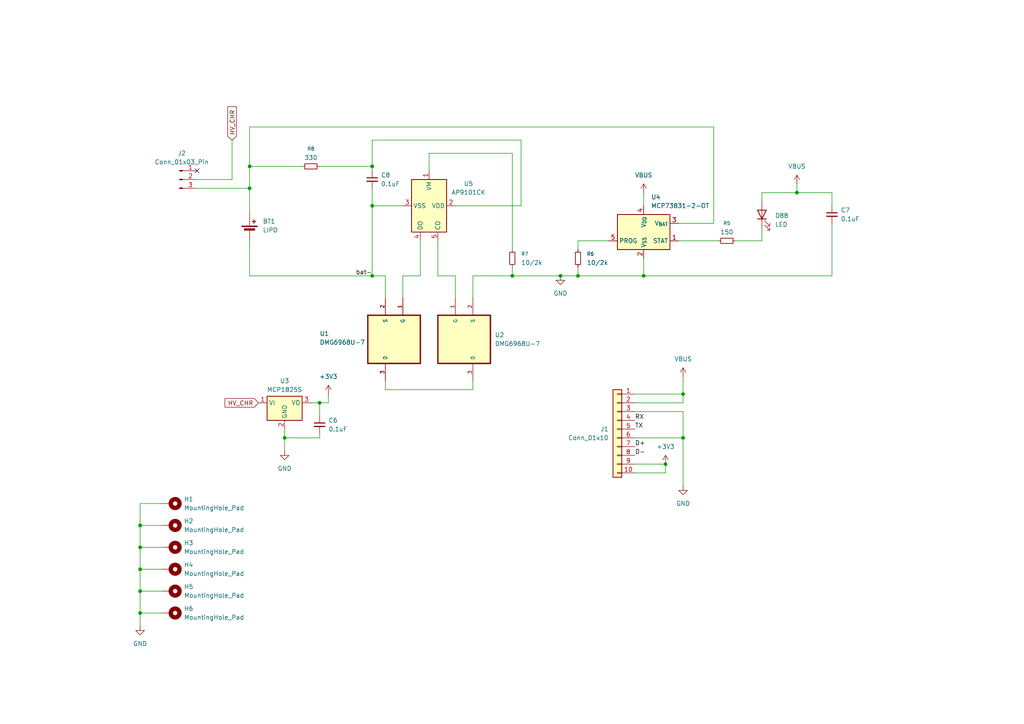
<source format=kicad_sch>
(kicad_sch (version 20250114) (generator "eeschema") (generator_version "9.0")
  (paper "A4")
  (lib_symbols
    (symbol "Battery_Management:AP9101CK"
      (property "Reference" "U" (at -7.62 6.35 0))
      (property "Value" "AP9101CK" (at 6.35 6.35 0))
      (symbol "AP9101CK_0_1"
        (rectangle (start -7.62 5.08) (end 7.62 -5.08) (stroke (width 0.254)) (fill (type background)))
      )
      (symbol "AP9101CK_1_1"
        (pin passive line (at -10.16 0 0) (length 2.54) (name "VM") (number "1"))
        (pin power_in line (at 0 7.62 270) (length 2.54) (name "VDD") (number "2"))
        (pin power_in line (at 0 -7.62 90) (length 2.54) (name "VSS") (number "3"))
        (pin output line (at 10.16 2.54 180) (length 2.54) (name "CO") (number "5"))
        (pin output line (at 10.16 -2.54 180) (length 2.54) (name "DO") (number "4"))
      )
    )
    (symbol "Battery_Management:MCP73831-2-OT"
      (property "Reference" "U" (at -7.62 6.35 0))
      (property "Value" "MCP73831-2-OT" (at 1.27 6.35 0))
      (symbol "MCP73831-2-OT_0_1"
        (rectangle (start -7.62 5.08) (end 7.62 -5.08) (stroke (width 0.254)) (fill (type background)))
      )
      (symbol "MCP73831-2-OT_1_1"
        (pin input line (at -10.16 -2.54 0) (length 2.54) (name "PROG") (number "5"))
        (pin power_in line (at 0 7.62 270) (length 2.54) (name "V_{DD}") (number "4"))
        (pin power_in line (at 0 -7.62 90) (length 2.54) (name "V_{SS}") (number "2"))
        (pin power_out line (at 10.16 2.54 180) (length 2.54) (name "V_{BAT}") (number "3"))
        (pin tri_state line (at 10.16 -2.54 180) (length 2.54) (name "STAT") (number "1"))
      )
    )
    (symbol "Connector:Conn_01x03_Pin" (pin_names (offset 1.016) (hide yes))
      (property "Reference" "J" (at 0 5.08 0))
      (property "Value" "Conn_01x03_Pin" (at 0 -5.08 0))
      (symbol "Conn_01x03_Pin_1_1"
        (rectangle (start 0.8636 2.667) (end 0 2.413) (stroke (width 0.1524)) (fill (type outline)))
        (rectangle (start 0.8636 0.127) (end 0 -0.127) (stroke (width 0.1524)) (fill (type outline)))
        (rectangle (start 0.8636 -2.413) (end 0 -2.667) (stroke (width 0.1524)) (fill (type outline)))
        (polyline (pts (xy 1.27 2.54) (xy 0.8636 2.54)) (stroke (width 0.1524)))
        (polyline (pts (xy 1.27 0) (xy 0.8636 0)) (stroke (width 0.1524)))
        (polyline (pts (xy 1.27 -2.54) (xy 0.8636 -2.54)) (stroke (width 0.1524)))
        (pin passive line (at 5.08 2.54 180) (length 3.81) (name "Pin_1") (number "1"))
        (pin passive line (at 5.08 0 180) (length 3.81) (name "Pin_2") (number "2"))
        (pin passive line (at 5.08 -2.54 180) (length 3.81) (name "Pin_3") (number "3"))
      )
    )
    (symbol "Connector_Generic:Conn_01x10" (pin_names (offset 1.016) (hide yes))
      (property "Reference" "J" (at 0 12.7 0))
      (property "Value" "Conn_01x10" (at 0 -15.24 0))
      (symbol "Conn_01x10_1_1"
        (rectangle (start -1.27 11.43) (end 1.27 -13.97) (stroke (width 0.254)) (fill (type background)))
        (rectangle (start -1.27 10.287) (end 0 10.033) (stroke (width 0.1524)))
        (rectangle (start -1.27 7.747) (end 0 7.493) (stroke (width 0.1524)))
        (rectangle (start -1.27 5.207) (end 0 4.953) (stroke (width 0.1524)))
        (rectangle (start -1.27 2.667) (end 0 2.413) (stroke (width 0.1524)))
        (rectangle (start -1.27 0.127) (end 0 -0.127) (stroke (width 0.1524)))
        (rectangle (start -1.27 -2.413) (end 0 -2.667) (stroke (width 0.1524)))
        (rectangle (start -1.27 -4.953) (end 0 -5.207) (stroke (width 0.1524)))
        (rectangle (start -1.27 -7.493) (end 0 -7.747) (stroke (width 0.1524)))
        (rectangle (start -1.27 -10.033) (end 0 -10.287) (stroke (width 0.1524)))
        (rectangle (start -1.27 -12.573) (end 0 -12.827) (stroke (width 0.1524)))
        (pin passive line (at -5.08 10.16 0) (length 3.81) (name "Pin_1") (number "1"))
        (pin passive line (at -5.08 7.62 0) (length 3.81) (name "Pin_2") (number "2"))
        (pin passive line (at -5.08 5.08 0) (length 3.81) (name "Pin_3") (number "3"))
        (pin passive line (at -5.08 2.54 0) (length 3.81) (name "Pin_4") (number "4"))
        (pin passive line (at -5.08 0 0) (length 3.81) (name "Pin_5") (number "5"))
        (pin passive line (at -5.08 -2.54 0) (length 3.81) (name "Pin_6") (number "6"))
        (pin passive line (at -5.08 -5.08 0) (length 3.81) (name "Pin_7") (number "7"))
        (pin passive line (at -5.08 -7.62 0) (length 3.81) (name "Pin_8") (number "8"))
        (pin passive line (at -5.08 -10.16 0) (length 3.81) (name "Pin_9") (number "9"))
        (pin passive line (at -5.08 -12.7 0) (length 3.81) (name "Pin_10") (number "10"))
      )
    )
    (symbol "Device:Battery_Cell" (pin_numbers (hide yes)) (pin_names (offset 0) (hide yes))
      (property "Reference" "BT" (at 2.54 2.54 0))
      (property "Value" "Battery_Cell" (at 2.54 0 0))
      (symbol "Battery_Cell_0_1"
        (rectangle (start -2.286 1.778) (end 2.286 1.524) (fill (type outline)))
        (rectangle (start -1.524 1.016) (end 1.524 0.508) (fill (type outline)))
        (polyline (pts (xy 0 1.778) (xy 0 2.54)))
        (polyline (pts (xy 0 0.762) (xy 0 0)))
        (polyline (pts (xy 0.762 3.048) (xy 1.778 3.048)) (stroke (width 0.254)))
        (polyline (pts (xy 1.27 3.556) (xy 1.27 2.54)) (stroke (width 0.254)))
      )
      (symbol "Battery_Cell_1_1"
        (pin passive line (at 0 5.08 270) (length 2.54) (name "+") (number "1"))
        (pin passive line (at 0 -2.54 90) (length 2.54) (name "-") (number "2"))
      )
    )
    (symbol "Device:C_Small" (pin_numbers (hide yes)) (pin_names (offset 0.254) (hide yes))
      (property "Reference" "C" (at 0.254 1.778 0))
      (property "Value" "C_Small" (at 0.254 -2.032 0))
      (symbol "C_Small_0_1"
        (polyline (pts (xy -1.524 0.508) (xy 1.524 0.508)) (stroke (width 0.3048)))
        (polyline (pts (xy -1.524 -0.508) (xy 1.524 -0.508)) (stroke (width 0.3302)))
      )
      (symbol "C_Small_1_1"
        (pin passive line (at 0 2.54 270) (length 2.032) (name "~") (number "1"))
        (pin passive line (at 0 -2.54 90) (length 2.032) (name "~") (number "2"))
      )
    )
    (symbol "Device:LED" (pin_numbers (hide yes)) (pin_names (offset 1.016) (hide yes))
      (property "Reference" "D" (at 0 2.54 0))
      (property "Value" "LED" (at 0 -2.54 0))
      (symbol "LED_0_1"
        (polyline (pts (xy -3.048 -0.762) (xy -4.572 -2.286) (xy -3.81 -2.286) (xy -4.572 -2.286) (xy -4.572 -1.524)))
        (polyline (pts (xy -1.778 -0.762) (xy -3.302 -2.286) (xy -2.54 -2.286) (xy -3.302 -2.286) (xy -3.302 -1.524)))
        (polyline (pts (xy -1.27 0) (xy 1.27 0)))
        (polyline (pts (xy -1.27 -1.27) (xy -1.27 1.27)) (stroke (width 0.254)))
        (polyline (pts (xy 1.27 -1.27) (xy 1.27 1.27) (xy -1.27 0) (xy 1.27 -1.27)) (stroke (width 0.254)))
      )
      (symbol "LED_1_1"
        (pin passive line (at -3.81 0 0) (length 2.54) (name "K") (number "1"))
        (pin passive line (at 3.81 0 180) (length 2.54) (name "A") (number "2"))
      )
    )
    (symbol "Device:R_Small" (pin_numbers (hide yes)) (pin_names (offset 0.254) (hide yes))
      (property "Reference" "R" (at 0 0 90))
      (property "Value" "R_Small" (at 1.778 0 90))
      (symbol "R_Small_0_1"
        (rectangle (start -0.762 1.778) (end 0.762 -1.778) (stroke (width 0.2032)))
      )
      (symbol "R_Small_1_1"
        (pin passive line (at 0 2.54 270) (length 0.762) (name "~") (number "1"))
        (pin passive line (at 0 -2.54 90) (length 0.762) (name "~") (number "2"))
      )
    )
    (symbol "Mechanical:MountingHole_Pad" (pin_numbers (hide yes)) (pin_names (offset 1.016) (hide yes)) (in_bom no)
      (property "Reference" "H" (at 0 6.35 0))
      (property "Value" "MountingHole_Pad" (at 0 4.445 0))
      (symbol "MountingHole_Pad_0_1"
        (circle (center 0 1.27) (radius 1.27) (stroke (width 1.27)))
      )
      (symbol "MountingHole_Pad_1_1"
        (pin input line (at 0 -2.54 90) (length 2.54) (name "1") (number "1"))
      )
    )
    (symbol "New_Library:DMG6968U-7" (pin_names (offset 1.016))
      (property "Reference" "U" (at -5.3641 9.1266 0))
      (property "Value" "DMG6968U-7" (at -4.4977 -15.8054 0))
      (symbol "DMG6968U-7_0_0"
        (rectangle (start -6.35 5.08) (end 7.62 -10.16) (stroke (width 0.4064)) (fill (type background)))
      )
      (symbol "DMG6968U-7_1_0"
        (pin bidirectional line (at -11.43 0 0) (length 5.08) (name "S") (number "2"))
        (pin bidirectional line (at -11.43 -5.08 0) (length 5.08) (name "G") (number "1"))
        (pin bidirectional line (at 12.7 0 180) (length 5.08) (name "D") (number "3"))
      )
    )
    (symbol "Regulator_Linear:MCP1825S"
      (property "Reference" "U" (at -3.81 3.175 0))
      (property "Value" "MCP1825S" (at 0 3.175 0))
      (symbol "MCP1825S_0_1"
        (rectangle (start -5.08 1.905) (end 5.08 -5.08) (stroke (width 0.254)) (fill (type background)))
      )
      (symbol "MCP1825S_1_1"
        (pin power_in line (at -7.62 0 0) (length 2.54) (name "VI") (number "1"))
        (pin power_in line (at 0 -7.62 90) (length 2.54) (name "GND") (number "2"))
        (pin power_out line (at 7.62 0 180) (length 2.54) (name "VO") (number "3"))
      )
    )
    (symbol "power:+3V3" (power) (pin_numbers (hide yes)) (pin_names (offset 0) (hide yes))
      (property "Value" "+3V3" (at 0 3.556 0))
      (symbol "+3V3_0_1"
        (polyline (pts (xy -0.762 1.27) (xy 0 2.54)))
        (polyline (pts (xy 0 2.54) (xy 0.762 1.27)))
        (polyline (pts (xy 0 0) (xy 0 2.54)))
      )
      (symbol "+3V3_1_1"
        (pin power_in line (at 0 0 90) (length 0) (name "~") (number "1"))
      )
    )
    (symbol "power:GND" (power) (pin_numbers (hide yes)) (pin_names (offset 0) (hide yes))
      (property "Value" "GND" (at 0 -3.81 0))
      (symbol "GND_0_1"
        (polyline (pts (xy 0 0) (xy 0 -1.27) (xy 1.27 -1.27) (xy 0 -2.54) (xy -1.27 -1.27) (xy 0 -1.27)))
      )
      (symbol "GND_1_1"
        (pin power_in line (at 0 0 270) (length 0) (name "~") (number "1"))
      )
    )
    (symbol "power:VBUS" (power) (pin_numbers (hide yes)) (pin_names (offset 0) (hide yes))
      (property "Value" "VBUS" (at 0 3.556 0))
      (symbol "VBUS_0_1"
        (polyline (pts (xy -0.762 1.27) (xy 0 2.54)))
        (polyline (pts (xy 0 2.54) (xy 0.762 1.27)))
        (polyline (pts (xy 0 0) (xy 0 2.54)))
      )
      (symbol "VBUS_1_1"
        (pin power_in line (at 0 0 90) (length 0) (name "~") (number "1"))
      )
    )
  )
  (junction (at 40.64 152.4))
  (junction (at 162.56 80.01))
  (junction (at 40.64 177.8))
  (junction (at 40.64 165.1))
  (junction (at 92.71 116.84))
  (junction (at 148.59 80.01))
  (junction (at 72.39 48.26))
  (junction (at 40.64 158.75))
  (junction (at 198.12 114.3))
  (junction (at 107.95 48.26))
  (junction (at 167.64 80.01))
  (junction (at 72.39 54.61))
  (junction (at 40.64 171.45))
  (junction (at 231.14 55.88))
  (junction (at 107.95 59.69))
  (junction (at 107.95 80.01))
  (junction (at 82.55 127))
  (junction (at 193.04 134.62))
  (junction (at 186.69 80.01))
  (junction (at 198.12 127))
  (no_connect (at 57.15 49.53))
  (wire (pts (xy 132.08 59.69) (xy 151.13 59.69)))
  (wire (pts (xy 162.56 80.01) (xy 167.64 80.01)))
  (wire (pts (xy 186.69 80.01) (xy 241.3 80.01)))
  (wire (pts (xy 82.55 127) (xy 92.71 127)))
  (wire (pts (xy 148.59 44.45) (xy 124.46 44.45)))
  (wire (pts (xy 40.64 146.05) (xy 46.99 146.05)))
  (wire (pts (xy 111.76 113.03) (xy 111.76 110.49)))
  (wire (pts (xy 72.39 48.26) (xy 87.63 48.26)))
  (wire (pts (xy 92.71 48.26) (xy 107.95 48.26)))
  (wire (pts (xy 148.59 72.39) (xy 148.59 44.45)))
  (wire (pts (xy 40.64 171.45) (xy 40.64 177.8)))
  (wire (pts (xy 67.31 52.07) (xy 67.31 40.64)))
  (wire (pts (xy 167.64 72.39) (xy 167.64 69.85)))
  (wire (pts (xy 121.92 80.01) (xy 116.84 80.01)))
  (wire (pts (xy 127 80.01) (xy 132.08 80.01)))
  (wire (pts (xy 207.01 64.77) (xy 196.85 64.77)))
  (wire (pts (xy 184.15 137.16) (xy 193.04 137.16)))
  (wire (pts (xy 107.95 40.64) (xy 107.95 48.26)))
  (wire (pts (xy 116.84 80.01) (xy 116.84 86.36)))
  (wire (pts (xy 127 69.85) (xy 127 80.01)))
  (wire (pts (xy 231.14 55.88) (xy 220.98 55.88)))
  (wire (pts (xy 198.12 127) (xy 198.12 140.97)))
  (wire (pts (xy 82.55 124.46) (xy 82.55 127)))
  (wire (pts (xy 40.64 146.05) (xy 40.64 152.4)))
  (wire (pts (xy 40.64 177.8) (xy 46.99 177.8)))
  (wire (pts (xy 151.13 40.64) (xy 107.95 40.64)))
  (wire (pts (xy 193.04 137.16) (xy 193.04 134.62)))
  (wire (pts (xy 107.95 80.01) (xy 111.76 80.01)))
  (wire (pts (xy 95.25 114.3) (xy 95.25 116.84)))
  (wire (pts (xy 57.15 54.61) (xy 72.39 54.61)))
  (wire (pts (xy 220.98 69.85) (xy 213.36 69.85)))
  (wire (pts (xy 241.3 59.69) (xy 241.3 55.88)))
  (wire (pts (xy 231.14 55.88) (xy 241.3 55.88)))
  (wire (pts (xy 46.99 158.75) (xy 40.64 158.75)))
  (wire (pts (xy 107.95 54.61) (xy 107.95 59.69)))
  (wire (pts (xy 72.39 36.83) (xy 207.01 36.83)))
  (wire (pts (xy 167.64 69.85) (xy 176.53 69.85)))
  (wire (pts (xy 231.14 53.34) (xy 231.14 55.88)))
  (wire (pts (xy 111.76 80.01) (xy 111.76 86.36)))
  (wire (pts (xy 72.39 69.85) (xy 72.39 80.01)))
  (wire (pts (xy 46.99 171.45) (xy 40.64 171.45)))
  (wire (pts (xy 40.64 165.1) (xy 40.64 171.45)))
  (wire (pts (xy 207.01 36.83) (xy 207.01 64.77)))
  (wire (pts (xy 40.64 177.8) (xy 40.64 181.61)))
  (wire (pts (xy 184.15 116.84) (xy 198.12 116.84)))
  (wire (pts (xy 95.25 116.84) (xy 92.71 116.84)))
  (wire (pts (xy 137.16 86.36) (xy 137.16 80.01)))
  (wire (pts (xy 82.55 127) (xy 82.55 130.81)))
  (wire (pts (xy 186.69 74.93) (xy 186.69 80.01)))
  (wire (pts (xy 72.39 54.61) (xy 72.39 62.23)))
  (wire (pts (xy 132.08 80.01) (xy 132.08 86.36)))
  (wire (pts (xy 148.59 77.47) (xy 148.59 80.01)))
  (wire (pts (xy 111.76 113.03) (xy 137.16 113.03)))
  (wire (pts (xy 107.95 59.69) (xy 107.95 80.01)))
  (wire (pts (xy 167.64 77.47) (xy 167.64 80.01)))
  (wire (pts (xy 198.12 114.3) (xy 198.12 109.22)))
  (wire (pts (xy 220.98 55.88) (xy 220.98 58.42)))
  (wire (pts (xy 148.59 80.01) (xy 162.56 80.01)))
  (wire (pts (xy 198.12 114.3) (xy 184.15 114.3)))
  (wire (pts (xy 196.85 69.85) (xy 208.28 69.85)))
  (wire (pts (xy 40.64 165.1) (xy 46.99 165.1)))
  (wire (pts (xy 184.15 119.38) (xy 198.12 119.38)))
  (wire (pts (xy 40.64 158.75) (xy 40.64 165.1)))
  (wire (pts (xy 92.71 127) (xy 92.71 125.73)))
  (wire (pts (xy 198.12 119.38) (xy 198.12 127)))
  (wire (pts (xy 151.13 59.69) (xy 151.13 40.64)))
  (wire (pts (xy 198.12 116.84) (xy 198.12 114.3)))
  (wire (pts (xy 72.39 80.01) (xy 107.95 80.01)))
  (wire (pts (xy 137.16 80.01) (xy 148.59 80.01)))
  (wire (pts (xy 198.12 127) (xy 184.15 127)))
  (wire (pts (xy 40.64 152.4) (xy 46.99 152.4)))
  (wire (pts (xy 121.92 69.85) (xy 121.92 80.01)))
  (wire (pts (xy 167.64 80.01) (xy 186.69 80.01)))
  (wire (pts (xy 186.69 55.88) (xy 186.69 59.69)))
  (wire (pts (xy 92.71 116.84) (xy 90.17 116.84)))
  (wire (pts (xy 193.04 134.62) (xy 184.15 134.62)))
  (wire (pts (xy 40.64 152.4) (xy 40.64 158.75)))
  (wire (pts (xy 124.46 44.45) (xy 124.46 49.53)))
  (wire (pts (xy 57.15 52.07) (xy 67.31 52.07)))
  (wire (pts (xy 137.16 113.03) (xy 137.16 110.49)))
  (wire (pts (xy 107.95 48.26) (xy 107.95 49.53)))
  (wire (pts (xy 241.3 80.01) (xy 241.3 64.77)))
  (wire (pts (xy 107.95 59.69) (xy 116.84 59.69)))
  (wire (pts (xy 72.39 48.26) (xy 72.39 36.83)))
  (wire (pts (xy 72.39 48.26) (xy 72.39 54.61)))
  (wire (pts (xy 220.98 66.04) (xy 220.98 69.85)))
  (wire (pts (xy 92.71 116.84) (xy 92.71 120.65)))
  (label "D-" (at 184.15 132.08 0))
  (label "D+" (at 184.15 129.54 0))
  (label "TX" (at 184.15 124.46 0))
  (label "RX" (at 184.15 121.92 0))
  (label "bat-" (at 107.95 80.01 180))
  (global_label "HV_CHR" (shape input) (at 67.31 40.64 90) (property "Intersheetrefs" "${INTERSHEET_REFS}" (effects (hide yes))))
  (global_label "HV_CHR" (shape input) (at 74.93 116.84 180) (property "Intersheetrefs" "${INTERSHEET_REFS}" (effects (hide yes))))
  (symbol (lib_id "power:GND") (at 162.56 80.01 0) (unit 1)
    (property "Reference" "#PWR01" (effects (hide yes)))
    (property "Value" "GND" (at 162.56 85.09 0))
    (property "Description" "Power symbol creates a global label with name \"GND\" , ground" (effects (hide yes)))
  )
  (symbol (lib_id "New_Library:DMG6968U-7") (at 111.76 97.79 90) (mirror x) (unit 1)
    (property "Reference" "U1" (at 92.71 96.774 90) (effects (justify right)))
    (property "Value" "DMG6968U-7" (at 92.71 99.314 90) (effects (justify right)))
    (property "Footprint" "Library:dmg6968U7" (effects (hide yes)))
    (property "SUPPLIER" "Diodes Inc" (effects (hide yes)))
    (property "MPN" "DMG6968U-7" (effects (hide yes)))
    (property "OC_NEWARK" "12T2027" (effects (hide yes)))
    (property "PACKAGE" "SOT-23-3" (effects (hide yes)))
    (property "OC_FARNELL" "1843757" (effects (hide yes)))
  )
  (symbol (lib_id "Mechanical:MountingHole_Pad") (at 49.53 152.4 270) (unit 1) (in_bom no)
    (property "Reference" "H2" (at 53.34 151.1299 90) (effects (justify left)))
    (property "Value" "MountingHole_Pad" (at 53.34 153.6699 90) (effects (justify left)))
    (property "Footprint" "MountingHole:MountingHole_3.2mm_M3_DIN965_Pad" (effects (hide yes)))
    (property "Description" "Mounting Hole with connection" (effects (hide yes)))
  )
  (symbol (lib_id "Battery_Management:MCP73831-2-OT") (at 186.69 67.31 0) (unit 1)
    (property "Reference" "U4" (at 188.8333 57.15 0) (effects (justify left)))
    (property "Value" "MCP73831-2-OT" (at 188.8333 59.69 0) (effects (justify left)))
    (property "Footprint" "Package_TO_SOT_SMD:SOT-23-5" (effects (hide yes)))
    (property "Datasheet" "http://ww1.microchip.com/downloads/en/DeviceDoc/20001984g.pdf" (effects (hide yes)))
    (property "Description" "Single cell, Li-Ion/Li-Po charge management controller, 4.20V, Tri-State Status Output, in SOT23-5 package" (effects (hide yes)))
  )
  (symbol (lib_id "Device:R_Small") (at 148.59 74.93 180) (unit 1)
    (property "Reference" "R7" (at 151.13 73.6599 0) (effects (font (size 1.016 1.016)) (justify right)))
    (property "Value" "10/2k" (at 151.13 76.1999 0) (effects (justify right)))
    (property "Footprint" "Resistor_SMD:R_0201_0603Metric" (effects (hide yes)))
    (property "Description" "Resistor, small symbol" (effects (hide yes)))
  )
  (symbol (lib_id "power:+3V3") (at 95.25 114.3 0) (unit 1)
    (property "Reference" "#PWR022" (effects (hide yes)))
    (property "Value" "+3V3" (at 95.25 109.22 0))
    (property "Description" "Power symbol creates a global label with name \"+3V3\"" (effects (hide yes)))
  )
  (symbol (lib_id "Connector:Conn_01x03_Pin") (at 52.07 52.07 0) (unit 1)
    (property "Reference" "J2" (at 52.705 44.45 0))
    (property "Value" "Conn_01x03_Pin" (at 52.705 46.99 0))
    (property "Footprint" "Connector_PinHeader_2.54mm:PinHeader_1x03_P2.54mm_Vertical_SMD_Pin1Left" (effects (hide yes)))
    (property "Description" "Generic connector, single row, 01x03, script generated" (effects (hide yes)))
  )
  (symbol (lib_id "power:GND") (at 198.12 140.97 0) (mirror y) (unit 1)
    (property "Reference" "#PWR02" (effects (hide yes)))
    (property "Value" "GND" (at 198.12 146.05 0))
    (property "Description" "Power symbol creates a global label with name \"GND\" , ground" (effects (hide yes)))
  )
  (symbol (lib_id "power:VBUS") (at 186.69 55.88 0) (unit 1)
    (property "Reference" "#PWR025" (effects (hide yes)))
    (property "Value" "VBUS" (at 186.69 50.8 0))
    (property "Description" "Power symbol creates a global label with name \"VBUS\"" (effects (hide yes)))
  )
  (symbol (lib_id "Device:C_Small") (at 241.3 62.23 0) (unit 1)
    (property "Reference" "C7" (at 243.84 60.9662 0) (effects (justify left)))
    (property "Value" "0.1uF" (at 243.84 63.5062 0) (effects (justify left)))
    (property "Footprint" "Capacitor_SMD:C_0201_0603Metric" (effects (hide yes)))
    (property "Description" "Unpolarized capacitor, small symbol" (effects (hide yes)))
  )
  (symbol (lib_id "Mechanical:MountingHole_Pad") (at 49.53 171.45 270) (unit 1) (in_bom no)
    (property "Reference" "H5" (at 53.34 170.1799 90) (effects (justify left)))
    (property "Value" "MountingHole_Pad" (at 53.34 172.7199 90) (effects (justify left)))
    (property "Footprint" "MountingHole:MountingHole_3.2mm_M3_DIN965_Pad" (effects (hide yes)))
    (property "Description" "Mounting Hole with connection" (effects (hide yes)))
  )
  (symbol (lib_id "Device:LED") (at 220.98 62.23 90) (unit 1)
    (property "Reference" "D88" (at 224.79 62.5474 90) (effects (justify right)))
    (property "Value" "LED" (at 224.79 65.0874 90) (effects (justify right)))
    (property "Footprint" "LED_SMD:LED_0603_1608Metric" (effects (hide yes)))
    (property "Description" "Light emitting diode" (effects (hide yes)))
    (property "Sim.Pins" "1=K 2=A" (effects (hide yes)))
  )
  (symbol (lib_id "Device:R_Small") (at 167.64 74.93 180) (unit 1)
    (property "Reference" "R6" (at 170.18 73.6599 0) (effects (font (size 1.016 1.016)) (justify right)))
    (property "Value" "10/2k" (at 170.18 76.1999 0) (effects (justify right)))
    (property "Footprint" "Resistor_SMD:R_0201_0603Metric" (effects (hide yes)))
    (property "Description" "Resistor, small symbol" (effects (hide yes)))
  )
  (symbol (lib_id "Device:C_Small") (at 92.71 123.19 0) (unit 1)
    (property "Reference" "C6" (at 95.25 121.9262 0) (effects (justify left)))
    (property "Value" "0.1uF" (at 95.25 124.4662 0) (effects (justify left)))
    (property "Footprint" "Capacitor_SMD:C_0201_0603Metric" (effects (hide yes)))
    (property "Description" "Unpolarized capacitor, small symbol" (effects (hide yes)))
  )
  (symbol (lib_id "power:GND") (at 40.64 181.61 0) (unit 1)
    (property "Reference" "#PWR04" (effects (hide yes)))
    (property "Value" "GND" (at 40.64 186.69 0))
    (property "Description" "Power symbol creates a global label with name \"GND\" , ground" (effects (hide yes)))
  )
  (symbol (lib_id "Mechanical:MountingHole_Pad") (at 49.53 165.1 270) (unit 1) (in_bom no)
    (property "Reference" "H4" (at 53.34 163.8299 90) (effects (justify left)))
    (property "Value" "MountingHole_Pad" (at 53.34 166.3699 90) (effects (justify left)))
    (property "Footprint" "MountingHole:MountingHole_3.2mm_M3_DIN965_Pad" (effects (hide yes)))
    (property "Description" "Mounting Hole with connection" (effects (hide yes)))
  )
  (symbol (lib_id "Device:R_Small") (at 210.82 69.85 90) (unit 1)
    (property "Reference" "R5" (at 210.82 64.77 90) (effects (font (size 1.016 1.016))))
    (property "Value" "150" (at 210.82 67.31 90))
    (property "Footprint" "Resistor_SMD:R_0201_0603Metric" (effects (hide yes)))
    (property "Description" "Resistor, small symbol" (effects (hide yes)))
  )
  (symbol (lib_id "power:+3V3") (at 193.04 134.62 0) (mirror y) (unit 1)
    (property "Reference" "#PWR03" (effects (hide yes)))
    (property "Value" "+3V3" (at 193.04 129.54 0))
    (property "Description" "Power symbol creates a global label with name \"+3V3\"" (effects (hide yes)))
  )
  (symbol (lib_id "power:VBUS") (at 231.14 53.34 0) (unit 1)
    (property "Reference" "#PWR024" (effects (hide yes)))
    (property "Value" "VBUS" (at 231.14 48.26 0))
    (property "Description" "Power symbol creates a global label with name \"VBUS\"" (effects (hide yes)))
  )
  (symbol (lib_id "Mechanical:MountingHole_Pad") (at 49.53 158.75 270) (unit 1) (in_bom no)
    (property "Reference" "H3" (at 53.34 157.4799 90) (effects (justify left)))
    (property "Value" "MountingHole_Pad" (at 53.34 160.0199 90) (effects (justify left)))
    (property "Footprint" "MountingHole:MountingHole_3.2mm_M3_DIN965_Pad" (effects (hide yes)))
    (property "Description" "Mounting Hole with connection" (effects (hide yes)))
  )
  (symbol (lib_id "power:VBUS") (at 198.12 109.22 0) (mirror y) (unit 1)
    (property "Reference" "#PWR026" (effects (hide yes)))
    (property "Value" "VBUS" (at 198.12 104.14 0))
    (property "Description" "Power symbol creates a global label with name \"VBUS\"" (effects (hide yes)))
  )
  (symbol (lib_id "power:GND") (at 82.55 130.81 0) (unit 1)
    (property "Reference" "#PWR023" (effects (hide yes)))
    (property "Value" "GND" (at 82.55 135.89 0))
    (property "Description" "Power symbol creates a global label with name \"GND\" , ground" (effects (hide yes)))
  )
  (symbol (lib_id "Mechanical:MountingHole_Pad") (at 49.53 177.8 270) (unit 1) (in_bom no)
    (property "Reference" "H6" (at 53.34 176.5299 90) (effects (justify left)))
    (property "Value" "MountingHole_Pad" (at 53.34 179.0699 90) (effects (justify left)))
    (property "Footprint" "MountingHole:MountingHole_3.2mm_M3_DIN965_Pad" (effects (hide yes)))
    (property "Description" "Mounting Hole with connection" (effects (hide yes)))
  )
  (symbol (lib_id "New_Library:DMG6968U-7") (at 137.16 97.79 270) (unit 1)
    (property "Reference" "U2" (at 143.51 97.1549 90) (effects (justify left)))
    (property "Value" "DMG6968U-7" (at 143.51 99.6949 90) (effects (justify left)))
    (property "Footprint" "Library:dmg6968U7" (effects (hide yes)))
    (property "SUPPLIER" "Diodes Inc" (effects (hide yes)))
    (property "MPN" "DMG6968U-7" (effects (hide yes)))
    (property "OC_NEWARK" "12T2027" (effects (hide yes)))
    (property "PACKAGE" "SOT-23-3" (effects (hide yes)))
    (property "OC_FARNELL" "1843757" (effects (hide yes)))
  )
  (symbol (lib_id "Battery_Management:AP9101CK") (at 124.46 59.69 270) (unit 1)
    (property "Reference" "U5" (at 135.89 53.2698 90))
    (property "Value" "AP9101CK" (at 135.89 55.8098 90))
    (property "Footprint" "Package_TO_SOT_SMD:SOT-23-5" (effects (hide yes)))
    (property "Datasheet" "https://www.diodes.com/assets/Datasheets/AP9101C.pdf" (effects (hide yes)))
    (property "Description" "Li+ Battery Protection IC for Single Cell Pack, SOT-23-5" (effects (hide yes)))
  )
  (symbol (lib_id "Regulator_Linear:MCP1825S") (at 82.55 116.84 0) (unit 1)
    (property "Reference" "U3" (at 82.55 110.49 0))
    (property "Value" "MCP1825S" (at 82.55 113.03 0))
    (property "Footprint" "Package_TO_SOT_SMD:SOT-223-3_TabPin2" (effects (hide yes)))
    (property "Datasheet" "http://ww1.microchip.com/downloads/en/devicedoc/22056b.pdf" (effects (hide yes)))
    (property "Description" "500mA, Low-Voltage, Low Quiescent Current LDO Regulator, SOT-223, TO-220, TO-263" (effects (hide yes)))
  )
  (symbol (lib_id "Device:Battery_Cell") (at 72.39 67.31 0) (unit 1)
    (property "Reference" "BT1" (at 76.2 64.1984 0) (effects (justify left)))
    (property "Value" "LIPO" (at 76.2 66.7384 0) (effects (justify left)))
    (property "Footprint" "Connector_PinHeader_2.54mm:PinHeader_1x02_P2.54mm_Vertical_SMD_Pin1Left" (effects (hide yes)))
    (property "Description" "Single-cell battery" (effects (hide yes)))
  )
  (symbol (lib_id "Device:R_Small") (at 90.17 48.26 270) (unit 1)
    (property "Reference" "R8" (at 90.17 43.18 90) (effects (font (size 1.016 1.016))))
    (property "Value" "330" (at 90.17 45.72 90))
    (property "Footprint" "Resistor_SMD:R_0201_0603Metric" (effects (hide yes)))
    (property "Description" "Resistor, small symbol" (effects (hide yes)))
  )
  (symbol (lib_id "Mechanical:MountingHole_Pad") (at 49.53 146.05 270) (unit 1) (in_bom no)
    (property "Reference" "H1" (at 53.34 144.7799 90) (effects (justify left)))
    (property "Value" "MountingHole_Pad" (at 53.34 147.3199 90) (effects (justify left)))
    (property "Footprint" "MountingHole:MountingHole_3.2mm_M3_DIN965_Pad" (effects (hide yes)))
    (property "Description" "Mounting Hole with connection" (effects (hide yes)))
  )
  (symbol (lib_id "Connector_Generic:Conn_01x10") (at 179.07 124.46 0) (mirror y) (unit 1)
    (property "Reference" "J1" (at 176.53 124.4599 0) (effects (justify left)))
    (property "Value" "Conn_01x10" (at 176.53 126.9999 0) (effects (justify left)))
    (property "Footprint" "Connector_FFC-FPC:Molex_200528-0100_1x10-1MP_P1.00mm_Horizontal" (effects (hide yes)))
    (property "Description" "Generic connector, single row, 01x10, script generated (kicad-library-utils/schlib/autogen/connector/)" (effects (hide yes)))
  )
  (symbol (lib_id "Device:C_Small") (at 107.95 52.07 0) (unit 1)
    (property "Reference" "C8" (at 110.49 50.8062 0) (effects (justify left)))
    (property "Value" "0.1uF" (at 110.49 53.3462 0) (effects (justify left)))
    (property "Footprint" "Capacitor_SMD:C_0201_0603Metric" (effects (hide yes)))
    (property "Description" "Unpolarized capacitor, small symbol" (effects (hide yes)))
  )
)
</source>
